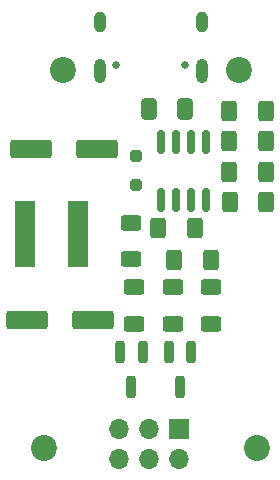
<source format=gbr>
%TF.GenerationSoftware,KiCad,Pcbnew,8.0.0*%
%TF.CreationDate,2026-01-20T23:42:33+05:30*%
%TF.ProjectId,PICKit_Clone_KiCAD,5049434b-6974-45f4-936c-6f6e655f4b69,1.0*%
%TF.SameCoordinates,Original*%
%TF.FileFunction,Soldermask,Bot*%
%TF.FilePolarity,Negative*%
%FSLAX46Y46*%
G04 Gerber Fmt 4.6, Leading zero omitted, Abs format (unit mm)*
G04 Created by KiCad (PCBNEW 8.0.0) date 2026-01-20 23:42:33*
%MOMM*%
%LPD*%
G01*
G04 APERTURE LIST*
G04 Aperture macros list*
%AMRoundRect*
0 Rectangle with rounded corners*
0 $1 Rounding radius*
0 $2 $3 $4 $5 $6 $7 $8 $9 X,Y pos of 4 corners*
0 Add a 4 corners polygon primitive as box body*
4,1,4,$2,$3,$4,$5,$6,$7,$8,$9,$2,$3,0*
0 Add four circle primitives for the rounded corners*
1,1,$1+$1,$2,$3*
1,1,$1+$1,$4,$5*
1,1,$1+$1,$6,$7*
1,1,$1+$1,$8,$9*
0 Add four rect primitives between the rounded corners*
20,1,$1+$1,$2,$3,$4,$5,0*
20,1,$1+$1,$4,$5,$6,$7,0*
20,1,$1+$1,$6,$7,$8,$9,0*
20,1,$1+$1,$8,$9,$2,$3,0*%
G04 Aperture macros list end*
%ADD10C,2.200000*%
%ADD11C,0.650000*%
%ADD12O,1.000000X1.800000*%
%ADD13O,1.000000X2.100000*%
%ADD14R,1.700000X1.700000*%
%ADD15O,1.700000X1.700000*%
%ADD16RoundRect,0.250000X0.400000X0.625000X-0.400000X0.625000X-0.400000X-0.625000X0.400000X-0.625000X0*%
%ADD17RoundRect,0.250000X-0.625000X0.400000X-0.625000X-0.400000X0.625000X-0.400000X0.625000X0.400000X0*%
%ADD18RoundRect,0.250000X0.412500X0.650000X-0.412500X0.650000X-0.412500X-0.650000X0.412500X-0.650000X0*%
%ADD19RoundRect,0.250000X-0.400000X-0.625000X0.400000X-0.625000X0.400000X0.625000X-0.400000X0.625000X0*%
%ADD20RoundRect,0.200000X-0.200000X0.750000X-0.200000X-0.750000X0.200000X-0.750000X0.200000X0.750000X0*%
%ADD21R,1.700000X5.700000*%
%ADD22RoundRect,0.150000X-0.150000X0.825000X-0.150000X-0.825000X0.150000X-0.825000X0.150000X0.825000X0*%
%ADD23RoundRect,0.250000X0.625000X-0.400000X0.625000X0.400000X-0.625000X0.400000X-0.625000X-0.400000X0*%
%ADD24RoundRect,0.250000X1.500000X0.550000X-1.500000X0.550000X-1.500000X-0.550000X1.500000X-0.550000X0*%
%ADD25RoundRect,0.250000X0.250000X-0.250000X0.250000X0.250000X-0.250000X0.250000X-0.250000X-0.250000X0*%
G04 APERTURE END LIST*
D10*
%TO.C,H3*%
X137000000Y-107500000D03*
%TD*%
%TO.C,H4*%
X155000000Y-107500000D03*
%TD*%
D11*
%TO.C,J1*%
X148890000Y-75105000D03*
X143110000Y-75104998D03*
D12*
X150320001Y-71425000D03*
D13*
X150320000Y-75625000D03*
X141680000Y-75625000D03*
D12*
X141680000Y-71425000D03*
%TD*%
D10*
%TO.C,H2*%
X153500000Y-75500000D03*
%TD*%
D14*
%TO.C,J2*%
X148425000Y-105855000D03*
D15*
X148424997Y-108395002D03*
X145884998Y-105854997D03*
X145885000Y-108395000D03*
X143345000Y-105855000D03*
X143345000Y-108395001D03*
%TD*%
D10*
%TO.C,H1*%
X138560000Y-75530000D03*
%TD*%
D16*
%TO.C,R9*%
X151080000Y-91550000D03*
X147980000Y-91550000D03*
%TD*%
D17*
%TO.C,R12*%
X147860000Y-93880000D03*
X147860000Y-96980000D03*
%TD*%
D18*
%TO.C,C3*%
X148952501Y-78840004D03*
X145827499Y-78839996D03*
%TD*%
D19*
%TO.C,R5*%
X146670000Y-88900000D03*
X149770000Y-88900000D03*
%TD*%
D20*
%TO.C,Q2*%
X147560000Y-99350000D03*
X149459999Y-99350001D03*
X148510000Y-102350000D03*
%TD*%
D21*
%TO.C,L1*%
X139880000Y-89360000D03*
X135380000Y-89360000D03*
%TD*%
D20*
%TO.C,Q1*%
X143422501Y-99360000D03*
X145322501Y-99360000D03*
X144372501Y-102360000D03*
%TD*%
D22*
%TO.C,U2*%
X146845000Y-81585000D03*
X148115000Y-81585000D03*
X149385000Y-81585000D03*
X150655001Y-81585001D03*
X150655000Y-86535000D03*
X149385000Y-86535000D03*
X148115000Y-86535000D03*
X146844999Y-86534999D03*
%TD*%
D23*
%TO.C,R13*%
X151150000Y-96980001D03*
X151150000Y-93880001D03*
%TD*%
D16*
%TO.C,R1*%
X155770000Y-78950001D03*
X152670000Y-78950001D03*
%TD*%
D24*
%TO.C,C2*%
X141170000Y-96660000D03*
X135570000Y-96660000D03*
%TD*%
D17*
%TO.C,R11*%
X144570000Y-93879999D03*
X144570000Y-96979999D03*
%TD*%
D23*
%TO.C,R10*%
X144310000Y-91530000D03*
X144310000Y-88430000D03*
%TD*%
D25*
%TO.C,D4*%
X144790000Y-85260000D03*
X144790000Y-82760000D03*
%TD*%
D19*
%TO.C,R2*%
X152670000Y-81550000D03*
X155770000Y-81550000D03*
%TD*%
D24*
%TO.C,C1*%
X141490000Y-82150000D03*
X135890000Y-82150000D03*
%TD*%
D19*
%TO.C,R4*%
X152690000Y-86710000D03*
X155790000Y-86710000D03*
%TD*%
D16*
%TO.C,R3*%
X155770000Y-84130001D03*
X152670000Y-84130001D03*
%TD*%
M02*

</source>
